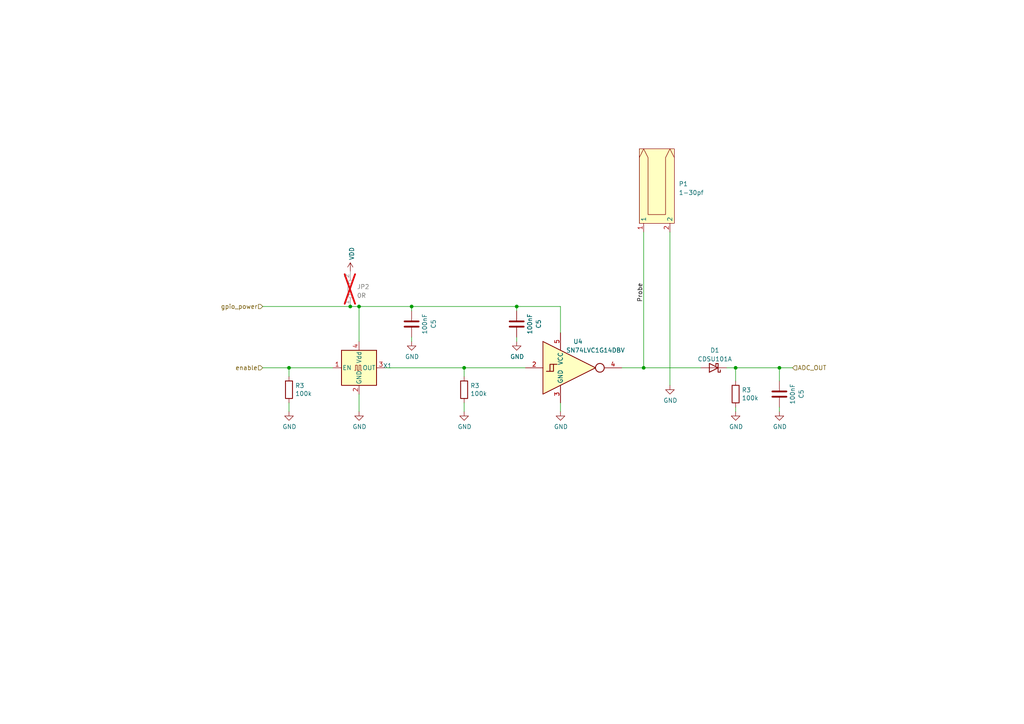
<source format=kicad_sch>
(kicad_sch (version 20230121) (generator eeschema)
  (paper "A4")
  (lib_symbols
    (symbol "74xGxx:SN74LVC1G14DBV"
      (property "Reference" "U" (at -5.08 10.16 0))
      (property "Value" "SN74LVC1G14DBV" (at 20.32 10.16 0))
      (symbol "SN74LVC1G14DBV_0_1"
        (polyline (pts (xy -2.032 1.016) (xy -1.016 1.016)) (stroke (width 0.254)) (fill (type background)))
        (polyline (pts (xy -5.08 7.62) (xy -5.08 -7.62) (xy 10.16 0) (xy -5.08 7.62)) (stroke (width 0.254)) (fill (type background)))
        (polyline (pts (xy -3.048 -1.016) (xy -3.048 1.016) (xy -2.032 1.016) (xy -2.032 -1.016) (xy -4.064 -1.016)) (stroke (width 0.254)) (fill (type background)))
        (circle (center 11.43 0) (radius 1.27) (stroke (width 0.254)))
      )
      (symbol "SN74LVC1G14DBV_1_1"
        (pin no_connect line (at 10.16 0 180) (length 5.08) hide (name "NC") (number "1"))
        (pin input line (at -10.16 0 0) (length 5.08) (name "~") (number "2"))
        (pin power_in line (at 0 -10.16 90) (length 5.08) (name "GND") (number "3"))
        (pin output line (at 17.78 0 180) (length 5.08) (name "~") (number "4"))
        (pin power_in line (at 0 10.16 270) (length 5.08) (name "VCC") (number "5"))
      )
    )
    (symbol "Device:C" (pin_numbers hide) (pin_names (offset 0.254))
      (property "Reference" "C" (at 0.635 2.54 0))
      (property "Value" "C" (at 0.635 -2.54 0))
      (symbol "C_0_1"
        (polyline (pts (xy -2.032 -0.762) (xy 2.032 -0.762)) (stroke (width 0.508)))
        (polyline (pts (xy -2.032 0.762) (xy 2.032 0.762)) (stroke (width 0.508)))
      )
      (symbol "C_1_1"
        (pin passive line (at 0 3.81 270) (length 2.794) (name "~") (number "1"))
        (pin passive line (at 0 -3.81 90) (length 2.794) (name "~") (number "2"))
      )
    )
    (symbol "Device:D_Schottky" (pin_numbers hide) (pin_names (offset 1.016) hide)
      (property "Reference" "D" (at 0 2.54 0))
      (property "Value" "D_Schottky" (at 0 -2.54 0))
      (symbol "D_Schottky_0_1"
        (polyline (pts (xy 1.27 0) (xy -1.27 0)))
        (polyline (pts (xy 1.27 1.27) (xy 1.27 -1.27) (xy -1.27 0) (xy 1.27 1.27)) (stroke (width 0.254)))
        (polyline (pts (xy -1.905 0.635) (xy -1.905 1.27) (xy -1.27 1.27) (xy -1.27 -1.27) (xy -0.635 -1.27) (xy -0.635 -0.635)) (stroke (width 0.254)))
      )
      (symbol "D_Schottky_1_1"
        (pin passive line (at -3.81 0 0) (length 2.54) (name "K") (number "1"))
        (pin passive line (at 3.81 0 180) (length 2.54) (name "A") (number "2"))
      )
    )
    (symbol "Device:R" (pin_numbers hide) (pin_names (offset 0))
      (property "Reference" "R" (at 2.032 0 90))
      (property "Value" "R" (at 0 0 90))
      (symbol "R_0_1"
        (rectangle (start -1.016 -2.54) (end 1.016 2.54) (stroke (width 0.254)))
      )
      (symbol "R_1_1"
        (pin passive line (at 0 3.81 270) (length 1.27) (name "~") (number "1"))
        (pin passive line (at 0 -3.81 90) (length 1.27) (name "~") (number "2"))
      )
    )
    (symbol "Jumper:Jumper_2_Bridged" (pin_names (offset 0) hide)
      (property "Reference" "JP" (at 0 1.905 0))
      (property "Value" "Jumper_2_Bridged" (at 0 -2.54 0))
      (symbol "Jumper_2_Bridged_0_0"
        (circle (center -2.032 0) (radius 0.508))
        (circle (center 2.032 0) (radius 0.508))
      )
      (symbol "Jumper_2_Bridged_0_1"
        (arc (start 1.524 0.254) (mid 0 0.762) (end -1.524 0.254))
      )
      (symbol "Jumper_2_Bridged_1_1"
        (pin passive line (at -5.08 0 0) (length 2.54) (name "A") (number "1"))
        (pin passive line (at 5.08 0 180) (length 2.54) (name "B") (number "2"))
      )
    )
    (symbol "power:GND" (power) (pin_names (offset 0))
      (property "Value" "GND" (at 0 -3.81 0))
      (symbol "GND_0_1"
        (polyline (pts (xy 0 0) (xy 0 -1.27) (xy 1.27 -1.27) (xy 0 -2.54) (xy -1.27 -1.27) (xy 0 -1.27)))
      )
      (symbol "GND_1_1"
        (pin power_in line (at 0 0 270) (length 0) hide (name "GND") (number "1"))
      )
    )
    (symbol "power:VDD" (power) (pin_names (offset 0))
      (property "Value" "VDD" (at 0 3.81 0))
      (symbol "VDD_0_1"
        (polyline (pts (xy -0.762 1.27) (xy 0 2.54)))
        (polyline (pts (xy 0 0) (xy 0 2.54)))
        (polyline (pts (xy 0 2.54) (xy 0.762 1.27)))
      )
      (symbol "VDD_1_1"
        (pin power_in line (at 0 0 90) (length 0) hide (name "VDD") (number "1"))
      )
    )
    (symbol "soilmoisture-rescue:SIT8008B" (pin_names (offset 0.254))
      (property "Reference" "X" (at -5.08 6.35 0))
      (symbol "SIT8008B_0_1"
        (rectangle (start -5.08 5.08) (end 5.08 -5.08) (stroke (width 0.254)) (fill (type background)))
        (polyline (pts (xy -1.27 -0.762) (xy -1.016 -0.762) (xy -1.016 0.762) (xy -0.508 0.762) (xy -0.508 -0.762) (xy 0 -0.762) (xy 0 0.762) (xy 0.508 0.762) (xy 0.508 -0.762) (xy 0.762 -0.762)))
      )
      (symbol "SIT8008B_1_1"
        (pin input line (at -7.62 0 0) (length 2.54) (name "EN") (number "1"))
        (pin power_in line (at 0 -7.62 90) (length 2.54) (name "GND") (number "2"))
        (pin output line (at 7.62 0 180) (length 2.54) (name "OUT") (number "3"))
        (pin power_in line (at 0 7.62 270) (length 2.54) (name "Vdd") (number "4"))
      )
    )
    (symbol "soilmoisture-rescue:Soil_probe" (in_bom no)
      (property "Reference" "P" (at 2.54 1.27 0))
      (property "Value" "1-30pf" (at 10.16 1.27 0))
      (symbol "Soil_probe_0_1"
        (polyline (pts (xy 0 0) (xy 15.24 0) (xy 19.05 0) (xy 21.59 -1.27) (xy 19.05 -2.54) (xy 2.54 -2.54) (xy 2.54 -7.62) (xy 19.05 -7.62) (xy 21.59 -8.89) (xy 19.05 -10.16)))
        (rectangle (start 0 0) (end 21.59 -10.16) (fill (type background)))
      )
      (symbol "Soil_probe_1_1"
        (pin input line (at -2.54 -1.27 0) (length 2.54) (name "1") (number "1"))
        (pin input line (at -2.54 -8.89 0) (length 2.54) (name "2") (number "2"))
      )
    )
  )
  (junction (at 83.82 106.68))
  (junction (at 213.36 106.68))
  (junction (at 186.69 106.68))
  (junction (at 134.62 106.68))
  (junction (at 226.06 106.68))
  (junction (at 149.86 88.9))
  (junction (at 104.14 88.9))
  (junction (at 101.6 88.9))
  (junction (at 119.38 88.9))
  (wire (pts (xy 104.14 119.38) (xy 104.14 114.3)))
  (wire (pts (xy 194.31 67.31) (xy 194.31 111.76)))
  (wire (pts (xy 134.62 106.68) (xy 134.62 109.22)))
  (wire (pts (xy 162.56 88.9) (xy 162.56 96.52)))
  (wire (pts (xy 149.86 88.9) (xy 149.86 90.17)))
  (wire (pts (xy 83.82 106.68) (xy 83.82 109.22)))
  (wire (pts (xy 119.38 88.9) (xy 149.86 88.9)))
  (wire (pts (xy 180.34 106.68) (xy 186.69 106.68)))
  (wire (pts (xy 226.06 119.38) (xy 226.06 118.11)))
  (wire (pts (xy 226.06 106.68) (xy 226.06 110.49)))
  (wire (pts (xy 213.36 106.68) (xy 213.36 110.49)))
  (wire (pts (xy 213.36 118.11) (xy 213.36 119.38)))
  (wire (pts (xy 213.36 106.68) (xy 226.06 106.68)))
  (wire (pts (xy 83.82 106.68) (xy 96.52 106.68)))
  (wire (pts (xy 101.6 88.9) (xy 104.14 88.9)))
  (wire (pts (xy 119.38 90.17) (xy 119.38 88.9)))
  (wire (pts (xy 76.2 88.9) (xy 101.6 88.9)))
  (wire (pts (xy 162.56 119.38) (xy 162.56 116.84)))
  (wire (pts (xy 119.38 99.06) (xy 119.38 97.79)))
  (wire (pts (xy 134.62 106.68) (xy 152.4 106.68)))
  (wire (pts (xy 76.2 106.68) (xy 83.82 106.68)))
  (wire (pts (xy 104.14 88.9) (xy 119.38 88.9)))
  (wire (pts (xy 83.82 116.84) (xy 83.82 119.38)))
  (wire (pts (xy 186.69 106.68) (xy 203.2 106.68)))
  (wire (pts (xy 149.86 88.9) (xy 162.56 88.9)))
  (wire (pts (xy 111.76 106.68) (xy 134.62 106.68)))
  (wire (pts (xy 134.62 119.38) (xy 134.62 116.84)))
  (wire (pts (xy 104.14 88.9) (xy 104.14 99.06)))
  (wire (pts (xy 149.86 97.79) (xy 149.86 99.06)))
  (wire (pts (xy 186.69 67.31) (xy 186.69 106.68)))
  (wire (pts (xy 226.06 106.68) (xy 229.87 106.68)))
  (wire (pts (xy 210.82 106.68) (xy 213.36 106.68)))
  (label "Probe" (at 186.69 87.63 90))
  (hierarchical_label "gpio_power" (shape input) (at 76.2 88.9 180))
  (hierarchical_label "enable" (shape input) (at 76.2 106.68 180))
  (hierarchical_label "ADC_OUT" (shape input) (at 229.87 106.68 0))
  (symbol (lib_id "power:GND") (at 134.62 119.38 0) (unit 1)
    (property "Reference" "#PWR0108" (effects hide))
    (property "Value" "GND" (at 134.747 123.7742 0))
    (instances (project "soilmoisture" (path "" (reference "#PWR0108") (unit 1)) (path "" (reference "#PWR07") (unit 1))))
  )
  (symbol (lib_id "Device:R") (at 213.36 114.3 0) (unit 1)
    (property "Reference" "R3" (at 215.138 113.1316 0) (effects (justify left)))
    (property "Value" "100k" (at 215.138 115.443 0) (effects (justify left)))
    (property "Footprint" "Resistor_SMD:R_0603_1608Metric" (effects hide))
    (instances (project "soilmoisture" (path "" (reference "R3") (unit 1)) (path "" (reference "R2") (unit 1))))
  )
  (symbol (lib_id "power:GND") (at 162.56 119.38 0) (unit 1)
    (property "Reference" "#PWR0108" (effects hide))
    (property "Value" "GND" (at 162.687 123.7742 0))
    (instances (project "soilmoisture" (path "" (reference "#PWR0108") (unit 1)) (path "" (reference "#PWR09") (unit 1))))
  )
  (symbol (lib_id "Device:R") (at 83.82 113.03 0) (unit 1)
    (property "Reference" "R3" (at 85.598 111.8616 0) (effects (justify left)))
    (property "Value" "100k" (at 85.598 114.173 0) (effects (justify left)))
    (property "Footprint" "Resistor_SMD:R_0603_1608Metric" (effects hide))
    (instances (project "soilmoisture" (path "" (reference "R3") (unit 1)) (path "" (reference "R4") (unit 1))))
  )
  (symbol (lib_id "Jumper:Jumper_2_Bridged") (at 101.6 83.82 90) (unit 1) (dnp yes)
    (property "Reference" "JP2" (at 103.505 83.185 90) (effects (justify right)))
    (property "Value" "0R" (at 103.505 85.725 90) (effects (justify right)))
    (property "Footprint" "Resistor_SMD:R_0603_1608Metric" (effects hide))
  )
  (symbol (lib_id "power:GND") (at 104.14 119.38 0) (unit 1)
    (property "Reference" "#PWR0108" (effects hide))
    (property "Value" "GND" (at 104.267 123.7742 0))
    (instances (project "soilmoisture" (path "" (reference "#PWR0108") (unit 1)) (path "" (reference "#PWR08") (unit 1))))
  )
  (symbol (lib_id "soilmoisture-rescue:Soil_probe") (at 185.42 64.77 90) (unit 1) (in_bom no)
    (property "Reference" "P1" (at 196.85 53.34 90) (effects (justify right)))
    (property "Value" "1-30pf" (at 196.85 55.88 90) (effects (justify right)))
    (property "Footprint" "soil_lib:1-30pf_Soil_Probe" (effects hide))
    (property "Datasheet" "https://www.emisoftware.com/calculator/coplanar-capacitance/" (effects hide))
  )
  (symbol (lib_id "74xGxx:SN74LVC1G14DBV") (at 162.56 106.68 0) (unit 1)
    (property "Reference" "U4" (at 167.64 99.06 0))
    (property "Value" "SN74LVC1G14DBV" (at 172.72 101.6 0))
    (property "Footprint" "Package_TO_SOT_SMD:SOT-23-5" (effects hide))
    (property "Datasheet" "http://www.ti.com/lit/ds/symlink/sn74lvc1g14.pdf" (effects hide))
  )
  (symbol (lib_id "Device:D_Schottky") (at 207.01 106.68 180) (unit 1)
    (property "Reference" "D1" (at 207.3275 101.6 0))
    (property "Value" "CDSU101A" (at 207.3275 104.14 0))
    (property "Footprint" "Diode_SMD:D_SOD-523" (effects hide))
  )
  (symbol (lib_id "Device:C") (at 149.86 93.98 0) (unit 1)
    (property "Reference" "C5" (at 156.21 93.98 90))
    (property "Value" "100nF" (at 153.67 93.98 90))
    (property "Footprint" "Capacitor_SMD:C_0603_1608Metric" (effects hide))
    (instances (project "soilmoisture" (path "" (reference "C5") (unit 1)) (path "" (reference "C6") (unit 1))))
  )
  (symbol (lib_id "power:GND") (at 83.82 119.38 0) (unit 1)
    (property "Reference" "#PWR0108" (effects hide))
    (property "Value" "GND" (at 83.947 123.7742 0))
    (instances (project "soilmoisture" (path "" (reference "#PWR0108") (unit 1)) (path "" (reference "#PWR06") (unit 1))))
  )
  (symbol (lib_id "soilmoisture-rescue:SIT8008B") (at 104.14 106.68 0) (unit 1)
    (property "Reference" "X1" (at 112.395 106.0959 0))
    (property "Value" "SIT8008BC-23-18E-80.000000" (effects hide))
    (property "Footprint" "Oscillator:Oscillator_SMD_SeikoEpson_SG8002CE-4Pin_3.2x2.5mm" (effects hide))
    (property "Datasheet" "file:///C:/Users/fnk/Downloads/SiT8008B-datasheet.pdf" (effects hide))
  )
  (symbol (lib_id "Device:C") (at 119.38 93.98 0) (unit 1)
    (property "Reference" "C5" (at 125.73 93.98 90))
    (property "Value" "100nF" (at 123.19 93.98 90))
    (property "Footprint" "Capacitor_SMD:C_0603_1608Metric" (effects hide))
    (instances (project "soilmoisture" (path "" (reference "C5") (unit 1)) (path "" (reference "C3") (unit 1))))
  )
  (symbol (lib_id "Device:C") (at 226.06 114.3 0) (unit 1)
    (property "Reference" "C5" (at 232.41 114.3 90))
    (property "Value" "100nF" (at 229.87 114.3 90))
    (property "Footprint" "Capacitor_SMD:C_0603_1608Metric" (effects hide))
    (instances (project "soilmoisture" (path "" (reference "C5") (unit 1)) (path "" (reference "C7") (unit 1))))
  )
  (symbol (lib_id "power:GND") (at 226.06 119.38 0) (unit 1)
    (property "Reference" "#PWR0108" (effects hide))
    (property "Value" "GND" (at 226.187 123.7742 0))
    (instances (project "soilmoisture" (path "" (reference "#PWR0108") (unit 1)) (path "" (reference "#PWR014") (unit 1))))
  )
  (symbol (lib_id "power:VDD") (at 101.6 78.74 0) (unit 1)
    (property "Reference" "#PWR02" (effects hide))
    (property "Value" "VDD" (at 102.0318 75.4888 90) (effects (justify left)))
    (instances (project "soilmoisture" (path "" (reference "#PWR02") (unit 1)) (path "" (reference "#PWR013") (unit 1))))
  )
  (symbol (lib_id "power:GND") (at 213.36 119.38 0) (unit 1)
    (property "Reference" "#PWR0108" (effects hide))
    (property "Value" "GND" (at 213.487 123.7742 0))
    (instances (project "soilmoisture" (path "" (reference "#PWR0108") (unit 1)) (path "" (reference "#PWR010") (unit 1))))
  )
  (symbol (lib_id "power:GND") (at 194.31 111.76 0) (unit 1)
    (property "Reference" "#PWR0108" (effects hide))
    (property "Value" "GND" (at 194.437 116.1542 0))
    (instances (project "soilmoisture" (path "" (reference "#PWR0108") (unit 1)) (path "" (reference "#PWR015") (unit 1))))
  )
  (symbol (lib_id "power:GND") (at 119.38 99.06 0) (unit 1)
    (property "Reference" "#PWR0108" (effects hide))
    (property "Value" "GND" (at 119.507 103.4542 0))
    (instances (project "soilmoisture" (path "" (reference "#PWR0108") (unit 1)) (path "" (reference "#PWR011") (unit 1))))
  )
  (symbol (lib_id "Device:R") (at 134.62 113.03 0) (unit 1)
    (property "Reference" "R3" (at 136.398 111.8616 0) (effects (justify left)))
    (property "Value" "100k" (at 136.398 114.173 0) (effects (justify left)))
    (property "Footprint" "Resistor_SMD:R_0603_1608Metric" (effects hide))
    (instances (project "soilmoisture" (path "" (reference "R3") (unit 1)) (path "" (reference "R1") (unit 1))))
  )
  (symbol (lib_id "power:GND") (at 149.86 99.06 0) (unit 1)
    (property "Reference" "#PWR0108" (effects hide))
    (property "Value" "GND" (at 149.987 103.4542 0))
    (instances (project "soilmoisture" (path "" (reference "#PWR0108") (unit 1)) (path "" (reference "#PWR012") (unit 1))))
  )
)
</source>
